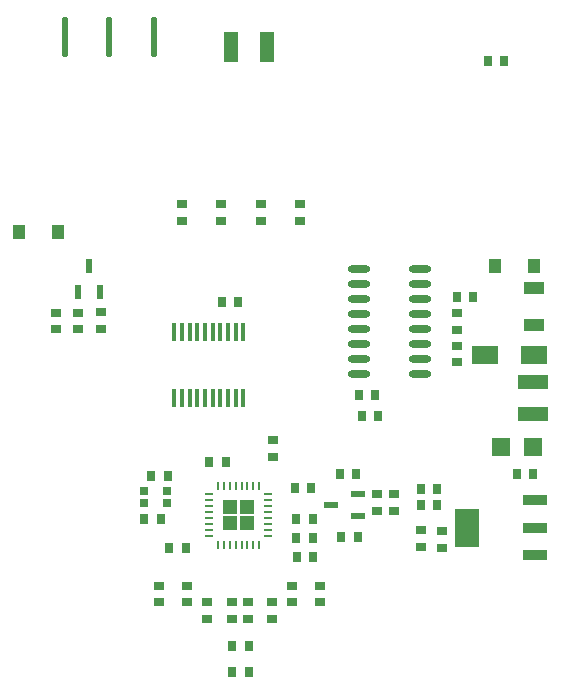
<source format=gtp>
G04*
G04 #@! TF.GenerationSoftware,Altium Limited,Altium Designer,21.0.8 (223)*
G04*
G04 Layer_Color=8421504*
%FSTAX24Y24*%
%MOIN*%
G70*
G04*
G04 #@! TF.SameCoordinates,EFB7B91B-664B-4525-AB40-38F40083A00E*
G04*
G04*
G04 #@! TF.FilePolarity,Positive*
G04*
G01*
G75*
%ADD19R,0.0471X0.0471*%
%ADD20R,0.0471X0.0471*%
%ADD21R,0.0315X0.0354*%
%ADD22R,0.0335X0.0295*%
%ADD23R,0.0354X0.0315*%
%ADD24R,0.0827X0.0354*%
%ADD25R,0.0827X0.1260*%
%ADD26R,0.1024X0.0472*%
%ADD27R,0.0591X0.0630*%
%ADD28R,0.0866X0.0591*%
%ADD29R,0.0689X0.0433*%
%ADD30R,0.0394X0.0472*%
%ADD31R,0.0472X0.0984*%
%ADD32O,0.0197X0.1378*%
%ADD33R,0.0118X0.0610*%
%ADD34R,0.0295X0.0335*%
%ADD35R,0.0110X0.0315*%
%ADD36R,0.0315X0.0110*%
%ADD37O,0.0748X0.0236*%
%ADD38R,0.0453X0.0236*%
%ADD39R,0.0295X0.0276*%
%ADD40R,0.0236X0.0453*%
D19*
X024725Y030345D02*
D03*
X025275Y030893D02*
D03*
D20*
X024726Y030894D02*
D03*
X025274Y030343D02*
D03*
D21*
X029562Y034627D02*
D03*
X029011D02*
D03*
X031626Y03148D02*
D03*
X031075D02*
D03*
X03163Y030965D02*
D03*
X031079D02*
D03*
X034274Y031993D02*
D03*
X034825D02*
D03*
X024443Y037733D02*
D03*
X024994D02*
D03*
X029098Y033932D02*
D03*
X029649D02*
D03*
X032821Y037901D02*
D03*
X032269D02*
D03*
X02185Y030499D02*
D03*
X022402D02*
D03*
X022085Y031929D02*
D03*
X022637D02*
D03*
X027484Y02922D02*
D03*
X026933D02*
D03*
X024791Y025381D02*
D03*
X025342D02*
D03*
X024791Y026248D02*
D03*
X025342D02*
D03*
X024571Y032402D02*
D03*
X02402D02*
D03*
X022685Y029516D02*
D03*
X023236D02*
D03*
D22*
X02615Y033118D02*
D03*
Y032567D02*
D03*
X024429Y040978D02*
D03*
Y040427D02*
D03*
X023126D02*
D03*
Y040978D02*
D03*
X027035Y040427D02*
D03*
Y040978D02*
D03*
X025732D02*
D03*
Y040427D02*
D03*
X018913Y036815D02*
D03*
Y037366D02*
D03*
X029626Y030755D02*
D03*
Y031306D02*
D03*
X026795Y027704D02*
D03*
Y028255D02*
D03*
X025319Y027705D02*
D03*
Y027154D02*
D03*
X024776Y027705D02*
D03*
Y027154D02*
D03*
X023289Y027704D02*
D03*
Y028256D02*
D03*
X019657Y036811D02*
D03*
Y037362D02*
D03*
X020398Y036819D02*
D03*
Y03737D02*
D03*
D23*
X031082Y029562D02*
D03*
Y030113D02*
D03*
X031783Y029528D02*
D03*
Y030079D02*
D03*
X032269Y036264D02*
D03*
Y035713D02*
D03*
Y0368D02*
D03*
Y037352D02*
D03*
X030166Y031306D02*
D03*
Y030755D02*
D03*
X02772Y027705D02*
D03*
Y028256D02*
D03*
X026115Y027153D02*
D03*
Y027704D02*
D03*
X023945Y027153D02*
D03*
Y027704D02*
D03*
X022335Y028256D02*
D03*
Y027705D02*
D03*
D24*
X034872Y029294D02*
D03*
Y0302D02*
D03*
Y031105D02*
D03*
D25*
X032628Y0302D02*
D03*
D26*
X03482Y033981D02*
D03*
Y035044D02*
D03*
D27*
X03375Y032894D02*
D03*
X034813D02*
D03*
D28*
X034862Y035961D02*
D03*
X033209D02*
D03*
D29*
X034836Y038171D02*
D03*
Y036951D02*
D03*
D30*
X034843Y038916D02*
D03*
X033542D02*
D03*
X017691Y040043D02*
D03*
X018991D02*
D03*
D31*
X024764Y046203D02*
D03*
X025945D02*
D03*
D32*
X022173Y046557D02*
D03*
X020693D02*
D03*
X019213D02*
D03*
D33*
X025162Y036718D02*
D03*
X024906D02*
D03*
X02465D02*
D03*
X024395D02*
D03*
X024139D02*
D03*
X023883D02*
D03*
X023627D02*
D03*
X023371D02*
D03*
X023115D02*
D03*
X022859D02*
D03*
Y034513D02*
D03*
X023115D02*
D03*
X023371D02*
D03*
X023627D02*
D03*
X023883D02*
D03*
X024139D02*
D03*
X024395D02*
D03*
X02465D02*
D03*
X024906D02*
D03*
X025162D02*
D03*
D34*
X033858Y045748D02*
D03*
X033307D02*
D03*
X02748Y029854D02*
D03*
X026929D02*
D03*
X028429Y029898D02*
D03*
X02898D02*
D03*
X028376Y031981D02*
D03*
X028927D02*
D03*
X027425Y031504D02*
D03*
X026874D02*
D03*
X026929Y030481D02*
D03*
X02748D02*
D03*
D35*
X024311Y029634D02*
D03*
X024507D02*
D03*
X024704D02*
D03*
X024901D02*
D03*
X025098D02*
D03*
X025295D02*
D03*
X025491D02*
D03*
X025688D02*
D03*
Y031602D02*
D03*
X025491D02*
D03*
X025295D02*
D03*
X025098D02*
D03*
X024901D02*
D03*
X024704D02*
D03*
X024507D02*
D03*
X024311D02*
D03*
D36*
X025984Y029929D02*
D03*
Y030126D02*
D03*
Y030323D02*
D03*
Y03052D02*
D03*
Y030716D02*
D03*
Y030913D02*
D03*
Y03111D02*
D03*
Y031307D02*
D03*
X024015D02*
D03*
Y03111D02*
D03*
Y030913D02*
D03*
Y030716D02*
D03*
Y03052D02*
D03*
Y030323D02*
D03*
Y030126D02*
D03*
Y029929D02*
D03*
D37*
X029006Y038826D02*
D03*
Y038326D02*
D03*
Y037826D02*
D03*
Y037326D02*
D03*
Y036826D02*
D03*
Y036326D02*
D03*
Y035826D02*
D03*
Y035326D02*
D03*
X031053Y038826D02*
D03*
Y038326D02*
D03*
Y037826D02*
D03*
Y037326D02*
D03*
Y036826D02*
D03*
Y036326D02*
D03*
Y035826D02*
D03*
Y035326D02*
D03*
D38*
X028968Y030572D02*
D03*
Y03132D02*
D03*
X028082Y030946D02*
D03*
D39*
X022627Y031011D02*
D03*
X021859D02*
D03*
Y031405D02*
D03*
X022627D02*
D03*
D40*
X019642Y038045D02*
D03*
X02039D02*
D03*
X020016Y038931D02*
D03*
M02*

</source>
